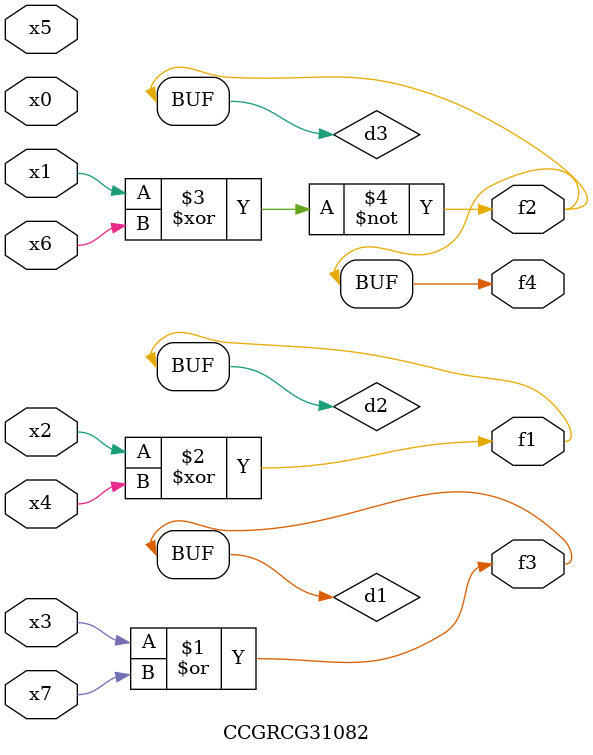
<source format=v>
module CCGRCG31082(
	input x0, x1, x2, x3, x4, x5, x6, x7,
	output f1, f2, f3, f4
);

	wire d1, d2, d3;

	or (d1, x3, x7);
	xor (d2, x2, x4);
	xnor (d3, x1, x6);
	assign f1 = d2;
	assign f2 = d3;
	assign f3 = d1;
	assign f4 = d3;
endmodule

</source>
